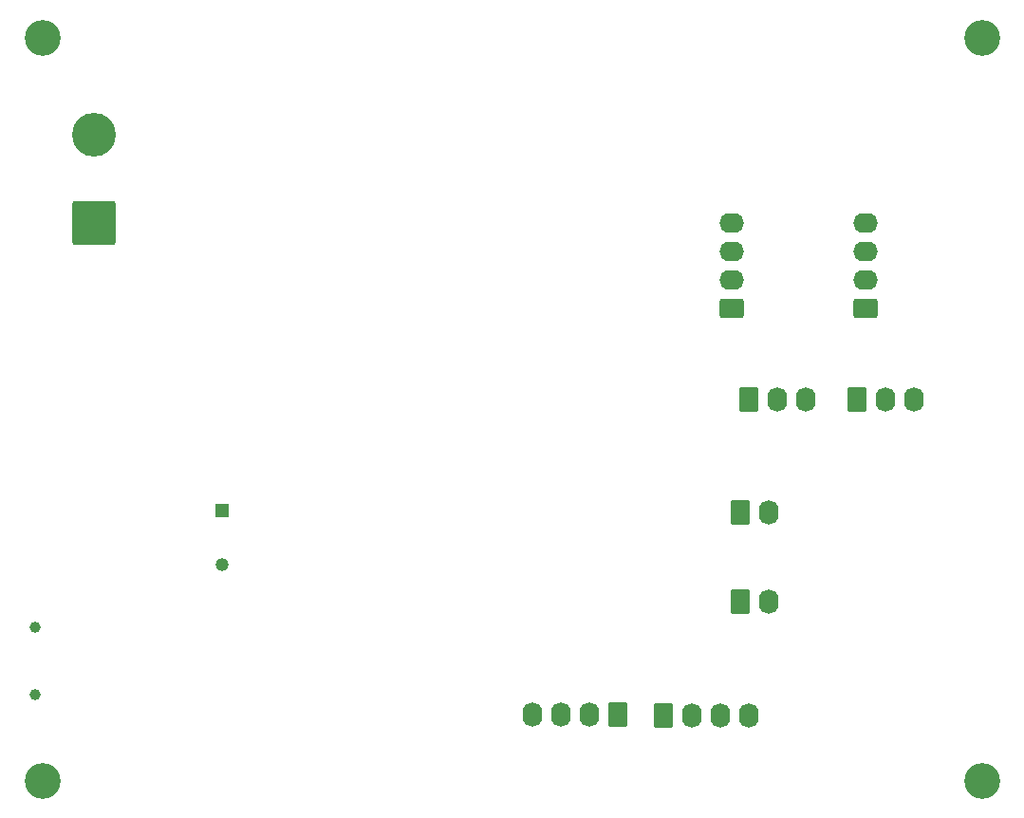
<source format=gbr>
%TF.GenerationSoftware,KiCad,Pcbnew,(6.0.7)*%
%TF.CreationDate,2022-11-16T17:50:00-06:00*%
%TF.ProjectId,ECE445PCBDesign (4),45434534-3435-4504-9342-44657369676e,rev?*%
%TF.SameCoordinates,Original*%
%TF.FileFunction,Soldermask,Bot*%
%TF.FilePolarity,Negative*%
%FSLAX46Y46*%
G04 Gerber Fmt 4.6, Leading zero omitted, Abs format (unit mm)*
G04 Created by KiCad (PCBNEW (6.0.7)) date 2022-11-16 17:50:00*
%MOMM*%
%LPD*%
G01*
G04 APERTURE LIST*
G04 Aperture macros list*
%AMRoundRect*
0 Rectangle with rounded corners*
0 $1 Rounding radius*
0 $2 $3 $4 $5 $6 $7 $8 $9 X,Y pos of 4 corners*
0 Add a 4 corners polygon primitive as box body*
4,1,4,$2,$3,$4,$5,$6,$7,$8,$9,$2,$3,0*
0 Add four circle primitives for the rounded corners*
1,1,$1+$1,$2,$3*
1,1,$1+$1,$4,$5*
1,1,$1+$1,$6,$7*
1,1,$1+$1,$8,$9*
0 Add four rect primitives between the rounded corners*
20,1,$1+$1,$2,$3,$4,$5,0*
20,1,$1+$1,$4,$5,$6,$7,0*
20,1,$1+$1,$6,$7,$8,$9,0*
20,1,$1+$1,$8,$9,$2,$3,0*%
G04 Aperture macros list end*
%ADD10C,3.200000*%
%ADD11RoundRect,0.250000X-0.620000X-0.845000X0.620000X-0.845000X0.620000X0.845000X-0.620000X0.845000X0*%
%ADD12O,1.740000X2.190000*%
%ADD13C,1.000000*%
%ADD14RoundRect,0.250002X1.699998X-1.699998X1.699998X1.699998X-1.699998X1.699998X-1.699998X-1.699998X0*%
%ADD15C,3.900000*%
%ADD16RoundRect,0.250000X0.845000X-0.620000X0.845000X0.620000X-0.845000X0.620000X-0.845000X-0.620000X0*%
%ADD17O,2.190000X1.740000*%
%ADD18RoundRect,0.250000X0.620000X0.845000X-0.620000X0.845000X-0.620000X-0.845000X0.620000X-0.845000X0*%
%ADD19R,1.192000X1.192000*%
%ADD20C,1.192000*%
G04 APERTURE END LIST*
D10*
%TO.C,H2*%
X203200000Y-75438000D03*
%TD*%
D11*
%TO.C,M1*%
X192024000Y-107716000D03*
D12*
X194564000Y-107716000D03*
X197104000Y-107716000D03*
%TD*%
D11*
%TO.C,Servo2TestConnection1*%
X181610000Y-117836000D03*
D12*
X184150000Y-117836000D03*
%TD*%
D13*
%TO.C,J1*%
X118751500Y-134064000D03*
X118751500Y-128064000D03*
%TD*%
D10*
%TO.C,H1*%
X119380000Y-141732000D03*
%TD*%
D14*
%TO.C,LiPO_IN1*%
X123952000Y-91948000D03*
D15*
X123952000Y-84148000D03*
%TD*%
D11*
%TO.C,M2*%
X182372000Y-107716000D03*
D12*
X184912000Y-107716000D03*
X187452000Y-107716000D03*
%TD*%
D16*
%TO.C,ODriveConnector2*%
X180868000Y-99568000D03*
D17*
X180868000Y-97028000D03*
X180868000Y-94488000D03*
X180868000Y-91948000D03*
%TD*%
D11*
%TO.C,Servo1TestConnection1*%
X181610000Y-125730000D03*
D12*
X184150000Y-125730000D03*
%TD*%
D16*
%TO.C,ODriveConnector1*%
X192806000Y-99568000D03*
D17*
X192806000Y-97028000D03*
X192806000Y-94488000D03*
X192806000Y-91948000D03*
%TD*%
D11*
%TO.C,ProgrammingPins1*%
X174752000Y-135910000D03*
D12*
X177292000Y-135910000D03*
X179832000Y-135910000D03*
X182372000Y-135910000D03*
%TD*%
D10*
%TO.C,H4*%
X119380000Y-75438000D03*
%TD*%
%TO.C,H3*%
X203200000Y-141732000D03*
%TD*%
D18*
%TO.C,JTAGExposure1*%
X170688000Y-135870000D03*
D12*
X168148000Y-135870000D03*
X165608000Y-135870000D03*
X163068000Y-135870000D03*
%TD*%
D19*
%TO.C,Y1*%
X135382000Y-117602000D03*
D20*
X135382000Y-122482000D03*
%TD*%
M02*

</source>
